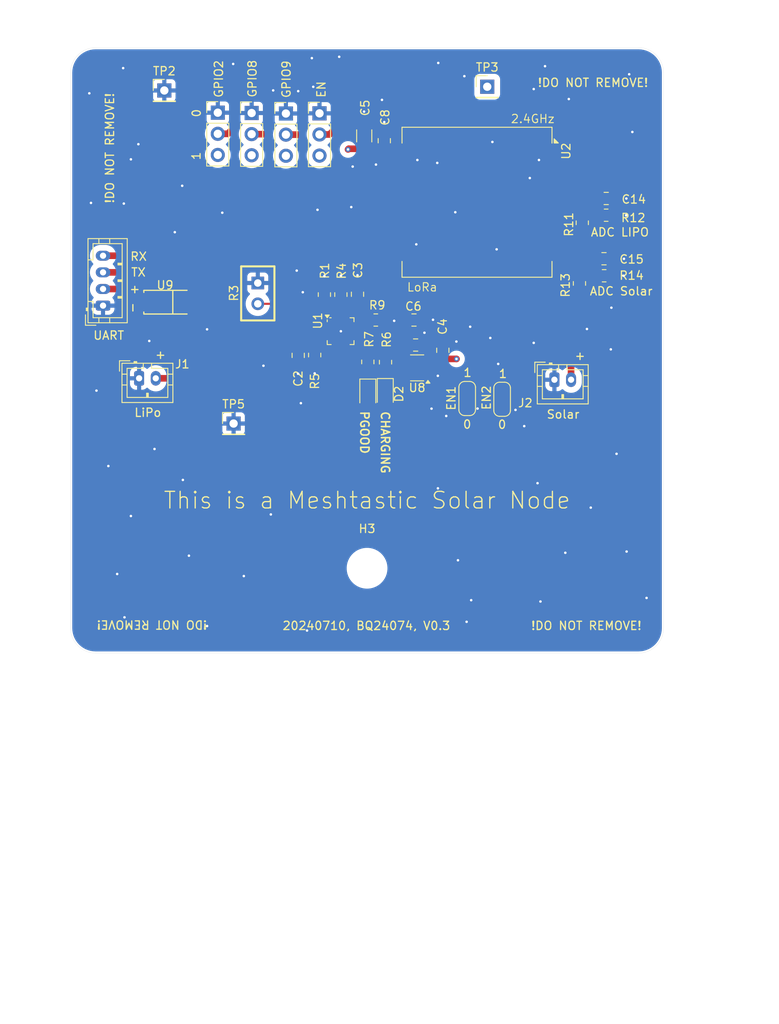
<source format=kicad_pcb>
(kicad_pcb (version 20240108) (generator "pcbnew") (generator_version "8.0")
  (layers (0 "F.Cu" signal) (1 "In1.Cu" signal) (2 "In2.Cu" signal) (31 "B.Cu" signal) (34 "B.Paste" user) (35 "F.Paste" user) (36 "B.SilkS" user "B.Silkscreen") (37 "F.SilkS" user "F.Silkscreen") (38 "B.Mask" user) (39 "F.Mask" user) (44 "Edge.Cuts" user))
  (net 0 "")
  (net 1 "/OUT")
  (net 2 "GND")
  (net 3 "/VLIPO")
  (net 4 "/ESP32_BOOTLOADER_MODE_1")
  (net 5 "/ADC_LIPO")
  (net 6 "/ADC_VBUS")
  (net 7 "/ESP32_BOOTLOADER_MODE_0")
  (net 8 "/ESP32_ENABLE")
  (net 9 "Net-(D1-K)")
  (net 10 "Net-(D2-K)")
  (net 11 "/USB_D+")
  (net 17 "/U_TX")
  (net 19 "/U_RX")
  (net 22 "Net-(J3-Pin_2)")
  (net 23 "/ESP32_BOOTLOADER_MODE_2")
  (net 24 "/USB_D-")
  (net 25 "/VBUS")
  (net 26 "Net-(U1-ISET)")
  (net 27 "Net-(U1-ITERM)")
  (net 28 "Net-(U1-CE)")
  (net 29 "Net-(U1-CHG)")
  (net 30 "Net-(U1-PGOOD)")
  (net 31 "Net-(U1-ILIM)")
  (net 32 "Net-(U1-TS)")
  (net 33 "+3V3")
  (net 34 "/EN1")
  (net 35 "/EN2")
  (footprint "Connector_PinHeader_2.54mm:PinHeader_1x01_P2.54mm_Vertical" (layer "F.Cu") (at 194.37 34.45)
    (property "Reference" "TP2")
    (property "Value" "TestPoint" (hide yes))
  )
  (footprint "Capacitor_SMD:C_0805_2012Metric_Pad1.18x1.45mm_HandSolder" (layer "F.Cu") (at 227.86 65.69 90)
    (property "Reference" "C4")
    (property "Value" "1uF" (hide yes))
  )
  (footprint "Resistor_SMD:R_0805_2012Metric_Pad1.20x1.40mm_HandSolder" (layer "F.Cu") (at 244.29 57.65 90)
    (property "Reference" "R13")
    (property "Value" "R" (hide yes))
  )
  (footprint "Capacitor_SMD:C_0805_2012Metric_Pad1.18x1.45mm_HandSolder" (layer "F.Cu") (at 247.5075 47.4375)
    (property "Reference" "C14")
    (property "Value" "C" (hide yes))
  )
  (footprint "Connector_PinHeader_2.54mm:PinHeader_1x01_P2.54mm_Vertical" (layer "F.Cu") (at 202.7 74.5)
    (property "Reference" "TP5")
    (property "Value" "TestPoint")
  )
  (footprint "Jumper:SolderJumper-3_P1.3mm_Open_RoundedPad1.0x1.5mm_NumberLabels" (layer "F.Cu") (at 230.79 71.49 90)
    (property "Reference" "JP1" (hide yes))
    (property "Value" "SolderJumper_3_Open" (hide yes))
  )
  (footprint "Connector_PinHeader_2.54mm:PinHeader_1x03_P2.54mm_Vertical" (layer "F.Cu") (at 204.87 37.16)
    (property "Reference" "J5" (hide yes))
    (property "Value" "Conn_01x03_Pin" (hide yes))
  )
  (footprint "Capacitor_SMD:C_0805_2012Metric_Pad1.18x1.45mm_HandSolder" (layer "F.Cu") (at 220.82 40.49 -90)
    (property "Reference" "C8")
    (property "Value" "100nF" (hide yes))
  )
  (footprint "Connector_JST:JST_PH_B4B-PH-K_1x04_P2.00mm_Vertical" (layer "F.Cu") (at 187 60.32 90)
    (property "Reference" "J3" (hide yes))
    (property "Value" "Conn_01x04_Socket" (hide yes))
  )
  (footprint "footprints:RES-TH_L6.5-W4.0-P2.50-D0.5" (layer "F.Cu") (at 205.61 58.85125 -90)
    (property "Reference" "R3")
    (property "Value" "MF11-103" (hide yes))
  )
  (footprint "Resistor_SMD:R_0805_2012Metric_Pad1.20x1.40mm_HandSolder" (layer "F.Cu") (at 215.6 58.9925 90)
    (property "Reference" "R4")
    (property "Value" "10k" (hide yes))
  )
  (footprint "MountingHole:MountingHole_4.3mm_M4_DIN965" (layer "F.Cu") (at 218.75 91.9)
    (property "Reference" "H3")
    (property "Value" "MountingHole")
  )
  (footprint "Package_TO_SOT_SMD:SOT-23-3" (layer "F.Cu") (at 224.77 67.805 180)
    (property "Reference" "U8")
    (property "Value" "XC6206PxxxMR" (hide yes))
  )
  (footprint "Capacitor_SMD:C_0805_2012Metric_Pad1.18x1.45mm_HandSolder" (layer "F.Cu") (at 224.39 62.05 180)
    (property "Reference" "C6")
    (property "Value" "4.7uF" (hide yes))
  )
  (footprint "Resistor_SMD:R_0805_2012Metric_Pad1.20x1.40mm_HandSolder" (layer "F.Cu") (at 218.84 67.09 -90)
    (property "Reference" "R7")
    (property "Value" "10k" (hide yes))
  )
  (footprint "Resistor_SMD:R_0805_2012Metric_Pad1.20x1.40mm_HandSolder" (layer "F.Cu") (at 212.45 66.2625 -90)
    (property "Reference" "R5")
    (property "Value" "10k" (hide yes))
  )
  (footprint "LED_SMD:LED_0805_2012Metric_Pad1.15x1.40mm_HandSolder" (layer "F.Cu") (at 218.84 71.01 -90)
    (property "Reference" "D1" (hide yes))
    (property "Value" "LED")
  )
  (footprint "Capacitor_SMD:C_0805_2012Metric_Pad1.18x1.45mm_HandSolder" (layer "F.Cu") (at 210.47 66.3025 90)
    (property "Reference" "C2")
    (property "Value" "4.7uF" (hide yes))
  )
  (footprint "Resistor_SMD:R_0805_2012Metric_Pad1.20x1.40mm_HandSolder" (layer "F.Cu") (at 247.26 56.73)
    (property "Reference" "R14")
    (property "Value" "R" (hide yes))
  )
  (footprint "LED_SMD:LED_0805_2012Metric_Pad1.15x1.40mm_HandSolder" (layer "F.Cu") (at 220.94 70.9475 -90)
    (property "Reference" "D2")
    (property "Value" "LED")
  )
  (footprint "Resistor_SMD:R_1206_3216Metric_Pad1.30x1.75mm_HandSolder" (layer "F.Cu") (at 218.41 39.91 -90)
    (property "Reference" "C5")
    (property "Value" "47uF" (hide yes))
  )
  (footprint "Resistor_SMD:R_0805_2012Metric_Pad1.20x1.40mm_HandSolder" (layer "F.Cu") (at 244.63 50.3575 90)
    (property "Reference" "R11")
    (property "Value" "R" (hide yes))
  )
  (footprint "Connector_PinHeader_2.54mm:PinHeader_1x01_P2.54mm_Vertical" (layer "F.Cu") (at 233.2 34)
    (property "Reference" "TP3")
    (property "Value" "TestPoint")
  )
  (footprint "footprints:SMA_L4.3-W2.6-LS5.1-RD" (layer "F.Cu") (at 194.5 59.91 180)
    (property "Reference" "U9")
    (property "Value" "SS26_C5350986" (hide yes))
  )
  (footprint "Jumper:SolderJumper-3_P1.3mm_Open_RoundedPad1.0x1.5mm_NumberLabels" (layer "F.Cu") (at 234.99 71.58 90)
    (property "Reference" "JP2" (hide yes))
    (property "Value" "SolderJumper_3_Open" (hide yes))
  )
  (footprint "Connector_PinHeader_2.54mm:PinHeader_1x03_P2.54mm_Vertical" (layer "F.Cu") (at 208.99 37.22)
    (property "Reference" "J4" (hide yes))
    (property "Value" "Conn_01x03_Pin" (hide yes))
  )
  (footprint "Resistor_SMD:R_0805_2012Metric_Pad1.20x1.40mm_HandSolder" (layer "F.Cu") (at 219.8 62.05 180)
    (property "Reference" "R9")
    (property "Value" "1k" (hide yes))
  )
  (footprint "Connector_PinHeader_2.54mm:PinHeader_1x03_P2.54mm_Vertical" (layer "F.Cu") (at 213.03 37.2)
    (property "Reference" "J6" (hide yes))
    (property "Value" "Conn_01x03_Pin" (hide yes))
  )
  (footprint "Package_DFN_QFN:VQFN-16-1EP_3x3mm_P0.5mm_EP1.68x1.68mm" (layer "F.Cu") (at 215.5675 63.3925)
    (property "Reference" "U1")
    (property "Value" "BQ24074" (hide yes))
  )
  (footprint "Resistor_SMD:R_0805_2012Metric_Pad1.20x1.40mm_HandSolder" (layer "F.Cu") (at 220.97 67.12 -90)
    (property "Reference" "R6")
    (property "Value" "10k" (hide yes))
  )
  (footprint "RF_Module:Heltec_HT-CT62" (layer "F.Cu") (at 231.97 47.89 -90)
    (property "Reference" "U2")
    (property "Value" "HT-CT62")
  )
  (footprint "Resistor_SMD:R_0805_2012Metric_Pad1.20x1.40mm_HandSolder" (layer "F.Cu") (at 247.5 49.4475)
    (property "Reference" "R12")
    (property "Value" "R" (hide yes))
  )
  (footprint "Capacitor_SMD:C_0805_2012Metric_Pad1.18x1.45mm_HandSolder" (layer "F.Cu") (at 217.6 58.9525 90)
    (property "Reference" "C3")
    (property "Value" "1uF" (hide yes))
  )
  (footprint "Capacitor_SMD:C_0805_2012Metric_Pad1.18x1.45mm_HandSolder" (layer "F.Cu") (at 247.24 54.68)
    (property "Reference" "C15")
    (property "Value" "C" (hide yes))
  )
  (footprint "Connector_JST:JST_PH_B2B-PH-K_1x02_P2.00mm_Vertical" (layer "F.Cu") (at 241.28 69.23)
    (property "Reference" "J2")
    (property "Value" "Conn_01x02_Socket" (hide yes))
  )
  (footprint "Resistor_SMD:R_0805_2012Metric_Pad1.20x1.40mm_HandSolder" (layer "F.Cu") (at 213.62 58.9925 -90)
    (property "Reference" "R1")
    (property "Value" "500" (hide yes))
  )
  (footprint "Connector_JST:JST_PH_B2B-PH-K_1x02_P2.00mm_Vertical" (layer "F.Cu") (at 191.34 69.06)
    (property "Reference" "J1")
    (property "Value" "Conn_01x02_Socket" (hide yes))
  )
  (footprint "Capacitor_SMD:C_0805_2012Metric_Pad1.18x1.45mm_HandSolder" (layer "F.Cu") (at 224.59 65.0575)
    (property "Reference" "C1" (hide yes))
    (property "Value" "1uF" (hide yes))
  )
  (footprint "Connector_PinHeader_2.54mm:PinHeader_1x03_P2.54mm_Vertical" (layer "F.Cu") (at 200.8 37.12)
    (property "Reference" "J8" (hide yes))
    (property "Value" "Conn_01x03_Pin" (hide yes))
  )
  (gr_arc (start 251.4 29.3) (mid 253.52132 30.17868) (end 254.4 32.3) (stroke (width 0.02)) (layer "Edge.Cuts"))
  (gr_line (start 183.1 99.1) (end 183.1 32.3) (stroke (width 0.02)) (layer "Edge.Cuts"))
  (gr_arc (start 183.1 32.3) (mid 183.97868 30.17868) (end 186.1 29.3) (stroke (width 0.02)) (layer "Edge.Cuts"))
  (gr_arc (start 254.4 99.1) (mid 253.52132 101.22132) (end 251.4 102.1) (stroke (width 0.02)) (layer "Edge.Cuts"))
  (gr_line (start 254.4 32.3) (end 254.4 99.1) (stroke (width 0.02)) (layer "Edge.Cuts"))
  (gr_line (start 251.4 102.1) (end 186.1 102.1) (stroke (width 0.02)) (layer "Edge.Cuts"))
  (gr_arc (start 186.1 102.1) (mid 183.97868 101.22132) (end 183.1 99.1) (stroke (width 0.02)) (layer "Edge.Cuts"))
  (gr_line (start 186.1 29.3) (end 251.4 29.3) (stroke (width 0.02)) (layer "Edge.Cuts"))
  (gr_text "TX" (at 190.3 56.9 0) (layer "F.SilkS") (effects (font (size 1 1) (thickness 0.153)) (justify left bottom)))
  (gr_text "!DO NOT REMOVE!" (at 239.2 34.1 0) (layer "F.SilkS") (effects (font (size 1 1) (thickness 0.153)) (justify left bottom)))
  (gr_text "!DO NOT REMOVE!" (at 238.4 99.4 0) (layer "F.SilkS") (effects (font (size 1 1) (thickness 0.153)) (justify left bottom)))
  (gr_text "1" (at 234.51 69.1 0) (layer "F.SilkS") (effects (font (size 1 1) (thickness 0.153)) (justify left bottom)))
  (gr_text "ADC Solar\n" (at 245.45 59.17 0) (layer "F.SilkS") (effects (font (size 1 1) (thickness 0.153)) (justify left bottom)))
  (gr_text "20240710, BQ24074, V0.3" (at 208.5 99.4 0) (layer "F.SilkS") (effects (font (size 1 1) (thickness 0.153)) (justify left bottom)))
  (gr_text "GPIO9" (at 209.63 35.435 90) (layer "F.SilkS") (effects (font (size 1 1)) (justify left bottom)))
  (gr_text "!DO NOT REMOVE!" (at 188.4 48.1 90) (layer "F.SilkS") (effects (font (size 1 1) (thickness 0.153)) (justify left bottom)))
  (gr_text "!DO NOT REMOVE!" (at 199.6 98.1 180) (layer "F.SilkS") (effects (font (size 1 1) (thickness 0.153)) (justify left bottom)))
  (gr_text "EN" (at 213.83 35.395 90) (layer "F.SilkS") (effects (font (size 1 1)) (justify left bottom)))
  (gr_text "+" (at 190.1 58.9 0) (layer "F.SilkS") (effects (font (size 1 1) (thickness 0.153)) (justify left bottom)))
  (gr_text "PGOOD" (at 217.86 72.90125 270) (layer "F.SilkS") (effects (font (size 1 1) (thickness 0.1875)) (justify left bottom)))
  (gr_text "2.4GHz" (at 235.97 38.45 0) (layer "F.SilkS") (effects (font (size 1 1) (thickness 0.125)) (justify left bottom)))
  (gr_text "0" (at 234.41 75.21 0) (layer "F.SilkS") (effects (font (size 1 1) (thickness 0.153)) (justify left bottom)))
  (gr_text "0" (at 230.21 75.19 0) (layer "F.SilkS") (effects (font (size 1 1) (thickness 0.153)) (justify left bottom)))
  (gr_text "-" (at 191.1 61.3 90) (layer "F.SilkS") (effects (font (size 1 1) (thickness 0.153)) (justify left bottom)))
  (gr_text "CHARGING" (at 220.34 72.93 270) (layer "F.SilkS") (effects (font (size 1 1) (thickness 0.1875)) (justify left bottom)))
  (gr_text "0" (at 198.83 37.75 90) (layer "F.SilkS") (effects (font (size 1 1)) (justify left bottom)))
  (gr_text "+" (at 243.64 66.93 0) (layer "F.SilkS") (effects (font (size 1 1) (thickness 0.153)) (justify left bottom)))
  (gr_text "UART" (at 185.75 64.49 0) (layer "F.SilkS") (effects (font (size 1 1) (thickness 0.153)) (justify left bottom)))
  (gr_text "1" (at 198.8 42.9 90) (layer "F.SilkS") (effects (font (size 1 1)) (justify left bottom)))
  (gr_text "LoRa" (at 223.49 58.69 0) (layer "F.SilkS") (effects (font (size 1 1) (thickness 0.125)) (justify left bottom)))
  (gr_text "GPIO8" (at 205.54 35.37 90) (layer "F.SilkS") (effects (font (size 1 1)) (justify left bottom)))
  (gr_text "EN1" (at 229.46 73.01 90) (layer "F.SilkS") (effects (font (size 1 1) (thickness 0.153)) (justify left bottom)))
  (gr_text "Solar" (at 240.27 73.98 0) (layer "F.SilkS") (effects (font (size 1 1) (thickness 0.153)) (justify left bottom)))
  (gr_text "+" (at 193.19 66.8 0) (layer "F.SilkS") (effects (font (size 1 1) (thickness 0.153)) (justify left bottom)))
  (gr_text "ADC LIPO" (at 245.58 52.08 0) (layer "F.SilkS") (effects (font (size 1 1) (thickness 0.153)) (justify left bottom)))
  (gr_text "1" (at 230.26 68.97 0) (layer "F.SilkS") (effects (font (size 1 1) (thickness 0.153)) (justify left bottom)))
  (gr_text "This is a Meshtastic Solar Node" (at 218.75 84.9 0) (layer "F.SilkS") (effects (font (size 2 2) (thickness 0.153)) (justify bottom)))
  (gr_text "LiPo" (at 190.69 73.77 0) (layer "F.SilkS") (effects (font (size 1 1) (thickness 0.153)) (justify left bottom)))
  (gr_text "GPIO2" (at 201.5 35.4 90) (layer "F.SilkS") (effects (font (size 1 1)) (justify left bottom)))
  (gr_text "EN2" (at 233.7 72.95 90) (layer "F.SilkS") (effects (font (size 1 1) (thickness 0.153)) (justify left bottom)))
  (gr_text "RX" (at 190.2 55 0) (layer "F.SilkS") (effects (font (size 1 1) (thickness 0.153)) (justify left bottom)))
  (segment (start 223.5525 65.0575) (end 222.55 65.0575) (width 0.6) (layer "F.Cu") (net 1))
  (segment (start 222.36 65.2475) (end 222.43 65.1775) (width 0.4) (layer "F.Cu") (net 1))
  (segment (start 230.79 70.19) (end 234.9 70.19) (width 0.3) (layer "F.Cu") (net 1))
  (segment (start 220.94 71.885) (end 221.7575 71.885) (width 0.4) (layer "F.Cu") (net 1))
  (segment (start 222.36 71.2825) (end 222.36 65.2475) (width 0.4) (layer "F.Cu") (net 1))
  (segment (start 223.5525 65.0575) (end 223.5525 67.725) (width 0.6) (layer "F.Cu") (net 1))
  (segment (start 234.9 70.19) (end 234.99 70.28) (width 0.3) (layer "F.Cu") (net 1))
  (segment (start 222.36 71.2825) (end 227.3575 71.2825) (width 0.4) (layer "F.Cu") (net 1))
  (segment (start 221.905 63.3825) (end 217.85 63.3825) (width 0.4) (layer "F.Cu") (net 1))
  (segment (start 223.3525 62.2775) (end 222.07625 63.55375) (width 0.4) (layer "F.Cu") (net 1))
  (segment (start 221.7575 71.885) (end 222.36 71.2825) (width 0.4) (layer "F.Cu") (net 1))
  (segment (start 217.61 63.1425) (end 217.85 63.3825) (width 0.25) (layer "F.Cu") (net 1))
  (segment (start 222.43 65.1775) (end 222.36 65.1075) (width 0.4) (layer "F.Cu") (net 1))
  (segment (start 222.36 63.8375) (end 222.07625 63.55375) (width 0.4) (layer "F.Cu") (net 1))
  (segment (start 222.07625 63.55375) (end 221.905 63.3825) (width 0.4) (layer "F.Cu") (net 1))
  (segment (start 228.45 70.19) (end 230.79 70.19) (width 0.4) (layer "F.Cu") (net 1))
  (segment (start 217.85 63.3825) (end 217.59 63.6425) (width 0.25) (layer "F.Cu") (net 1))
  (segment (start 222.55 65.0575) (end 222.43 65.1775) (width 0.4) (layer "F.Cu") (net 1))
  (segment (start 217.03 63.1425) (end 217.61 63.1425) (width 0.25) (layer "F.Cu") (net 1))
  (segment (start 222.36 65.1075) (end 222.36 63.8375) (width 0.4) (layer "F.Cu") (net 1))
  (segment (start 217.59 63.6425) (end 217.03 63.6425) (width 0.25) (layer "F.Cu") (net 1))
  (segment (start 218.84 71.9475) (end 220.8775 71.9475) (width 0.4) (layer "F.Cu") (net 1))
  (segment (start 223.3525 62.05) (end 223.3525 62.2775) (width 0.4) (layer "F.Cu") (net 1))
  (segment (start 227.3575 71.2825) (end 228.45 70.19) (width 0.4) (layer "F.Cu") (net 1))
  (segment (start 249.9275 47.4375) (end 249.93 47.44) (width 0.8) (layer "F.Cu") (net 2))
  (segment (start 248.545 47.4375) (end 249.9275 47.4375) (width 0.8) (layer "F.Cu") (net 2))
  (segment (start 212.45 68.4675) (end 212.45 67.2625) (width 0.3) (layer "F.Cu") (net 2))
  (segment (start 231.942924 72.79) (end 232.035423 72.697501) (width 0.25) (layer "F.Cu") (net 2))
  (segment (start 227.86 64.6525) (end 229.4775 64.6525) (width 0.8) (layer "F.Cu") (net 2))
  (segment (start 215.8175 61.93) (end 215.8175 62.8) (width 0.25) (layer "F.Cu") (net 2))
  (segment (start 226.65 62.05) (end 226.68 62.02) (width 0.4) (layer "F.Cu") (net 2))
  (segment (start 220.8975 62.1475) (end 220.8 62.05) (width 0.3) (layer "F.Cu") (net 2))
  (segment (start 229.4775 64.6525) (end 229.49 64.64) (width 0.8) (layer "F.Cu") (net 2))
  (segment (start 216.3175 64.39224) (end 216.3175 64.855) (width 0.25) (layer "F.Cu") (net 2))
  (segment (start 215.6 63.40125) (end 215.6 63.67474) (width 0.25) (layer "F.Cu") (net 2))
  (segment (start 248.26 56.73) (end 249.58 56.73) (width 0.8) (layer "F.Cu") (net 2))
  (segment (start 230.79 72.79) (end 231.942924 72.79) (width 0.25) (layer "F.Cu") (net 2))
  (segment (start 224.65 52.97) (end 224.67 52.95) (width 0.6) (layer "F.Cu") (net 2))
  (segment (start 248.2775 54.68) (end 249.63 54.68) (width 0.8) (layer "F.Cu") (net 2))
  (segment (start 210.47 67.34) (end 210.47 68.49) (width 0.8) (layer "F.Cu") (net 2))
  (segment (start 210.47 68.49) (end 210.45 68.51) (width 0.8) (layer "F.Cu") (net 2))
  (segment (start 249.8875 49.4475) (end 249.9 49.46) (width 0.8) (layer "F.Cu") (net 2))
  (segment (start 225.6275 65.0575) (end 225.6275 63.6025) (width 0.8) (layer "F.Cu") (net 2))
  (segment (start 225.6275 63.6025) (end 225.65 63.58) (width 0.8) (layer "F.Cu") (net 2))
  (segment (start 234.9 72.79) (end 234.99 72.88) (width 0.3) (layer "F.Cu") (net 2))
  (segment (start 240.86 42.81) (end 239.419998 42.81) (width 0.8) (layer "F.Cu") (net 2))
  (segment (start 225.9075 68.755) (end 227.255 68.755) (width 0.6) (layer "F.Cu") (net 2))
  (segment (start 217.6 56.6675) (end 217.6 57.915) (width 0.25) (layer "F.Cu") (net 2))
  (segment (start 222.01 62.1475) (end 220.8975 62.1475) (width 0.3) (layer "F.Cu") (net 2))
  (segment (start 215.6 63.67474) (end 216.3175 64.39224) (width 0.25) (layer "F.Cu") (net 2))
  (segment (start 213.62 56.7575) (end 213.62 57.9925) (width 0.25) (layer "F.Cu") (net 2))
  (segment (start 223.08 42.81) (end 224.8 42.81) (width 0.8) (layer "F.Cu") (net 2))
  (segment (start 234.99 72.88) (end 236.58 72.88) (width 0.3) (layer "F.Cu") (net 2))
  (segment (start 236.58 72.88) (end 236.6 72.86) (width 0.3) (layer "F.Cu") (net 2))
  (segment (start 223.08 52.97) (end 224.65 52.97) (width 0.8) (layer "F.Cu") (net 2))
  (segment (start 227.255 68.755) (end 227.26 68.76) (width 0.6) (layer "F.Cu") (net 2))
  (segment (start 220.82 39.4525) (end 220.82 38.25) (width 0.8) (layer "F.Cu") (net 2))
  (segment (start 249.63 54.68) (end 249.64 54.69) (width 0.8) (layer "F.Cu") (net 2))
  (segment (start 248.5 49.4475) (end 249.8875 49.4475) (width 0.8) (layer "F.Cu") (net 2))
  (segment (start 218.41 38.36) (end 218.41 37.01) (width 0.8) (layer "F.Cu") (net 2))
  (segment (start 218.41 37.01) (end 218.39 36.99) (width 0.8) (layer "F.Cu") (net 2))
  (segment (start 225.4275 62.05) (end 226.65 62.05) (width 0.4) (layer "F.Cu") (net 2))
  (segment (start 215.6 56.7175) (end 215.6 57.9925) (width 0.25) (layer "F.Cu") (net 2))
  (via (at 212.28 34.01) (size 0.6) (drill 0.3) (layers "F.Cu" "B.Cu") (net 2))
  (via (at 211.53 99.39) (size 0.6) (drill 0.3) (layers "F.Cu" "B.Cu") (net 2))
  (via (at 207.46 34.44) (size 0.6) (drill 0.3) (layers "F.Cu" "B.Cu") (net 2))
  (via (at 230.72 98.34) (size 0.6) (drill 0.3) (layers "F.Cu" "B.Cu") (net 2))
  (via (at 210.45 68.51) (size 0.6) (drill 0.3) (layers "F.Cu" "B.Cu") (net 2))
  (via (at 229.49 64.64) (size 0.6) (drill 0.3) (layers "F.Cu" "B.Cu") (net 2))
  (via (at 242.59 90.04) (size 0.6) (drill 0.3) (layers "F.Cu" "B.Cu") (net 2))
  (via (at 227.27 82.29) (size 0.6) (drill 0.3) (layers "F.Cu" "B.Cu") (net 2))
  (via (at 193.19 77.56) (size 0.6) (drill 0.3) (layers "F.Cu" "B.Cu") (net 2))
  (via (at 227.31 31.14) (size 0.6) (drill 0.3) (layers "F.Cu" "B.Cu") (net 2))
  (via (at 196.6 81.28) (size 0.6) (drill 0.3) (layers "F.Cu" "B.Cu") (net 2))
  (via (at 231.27 95.74) (size 0.6) (drill 0.3) (layers "F.Cu" "B.Cu") (net 2))
  (via (at 190.35 42.73) (size 0.6) (drill 0.3) (layers "F.Cu" "B.Cu") (net 2))
  (via (at 210.47 34.53) (size 0.6) (drill 0.3) (layers "F.Cu" "B.Cu") (net 2))
  (via (at 248.06 65.58) (size 0.6) (drill 0.3) (layers "F.Cu" "B.Cu") (net 2))
  (via (at 189.42 31.76) (size 0.6) (drill 0.3) (layers "F.Cu" "B.Cu") (net 2))
  (via (at 215.4 30.4) (size 0.6) (drill 0.3) (layers "F.Cu" "B.Cu") (net 2))
  (via (at 186.21 70.54) (size 0.6) (drill 0.3) (layers "F.Cu" "B.Cu") (net 2))
  (via (at 249.96 89.89) (size 0.6) (drill 0.3) (layers "F.Cu" "B.Cu") (net 2))
  (via (at 226.5 72.71) (size 0.6) (drill 0.3) (layers "F.Cu" "B.Cu") (net 2))
  (via (at 239.25 81.67) (size 0.6) (drill 0.3) (layers "F.Cu" "B.Cu") (net 2))
  (via (at 228.27 73.59) (size 0.6) (drill 0.3) (layers "F.Cu" "B.Cu") (net 2))
  (via (at 234.33 53.55) (size 0.6) (drill 0.3) (layers "F.Cu" "B.Cu") (net 2))
  (via (at 239.419998 42.81) (size 0.6) (drill 0.3) (layers "F.Cu" "B.Cu") (net 2))
  (via (at 250.27 32.5) (size 0.6) (drill 0.3) (layers "F.Cu" "B.Cu") (net 2))
  (via (at 197.33 90.39) (size 0.6) (drill 0.3) (layers "F.Cu" "B.Cu") (net 2))
  (via (at 233.57 64.21) (size 0.6) (drill 0.3) (layers "F.Cu" "B.Cu") (net 2))
  (via (at 224.67 52.95) (size 0.6) (drill 0.3) (layers "F.Cu" "B.Cu") (net 2))
  (via (at 224.8 42.81) (size 0.6) (drill 0.3) (layers "F.Cu" "B.Cu") (net 2))
  (via (at 249.9 49.46) (size 0.6) (drill 0.3) (layers "F.Cu" "B.Cu") (net 2))
  (via (at 226.68 62.02) (size 0.6) (drill 0.3) (layers "F.Cu" "B.Cu") (net 2))
  (via (at 229.68 90.94) (size 0.6) (drill 0.3) (layers "F.Cu" "B.Cu") (net 2))
  (via (at 190.35 85.62) (size 0.6) (drill 0.3) (layers "F.Cu" "B.Cu") (net 2))
  (via (at 216.85 48.47) (size 0.6) (drill 0.3) (layers "F.Cu" "B.Cu") (net 2))
  (via (at 195.63 51.49) (size 0.6) (drill 0.3) (layers "F.Cu" "B.Cu") (net 2))
  (via (at 210.79 72.05) (size 0.6) (drill 0.3) (layers "F.Cu" "B.Cu") (net 2))
  (via (at 240.15 31.53) (size 0.6) (drill 0.3) (layers "F.Cu" "B.Cu") (net 2))
  (via (at 215.599998 56.717501) (size 0.6) (drill 0.3) (layers "F.Cu" "B.Cu") (net 2))
  (via (at 217.600001 56.667501) (size 0.6) (drill 0.3) (layers "F.Cu" "B.Cu") (net 2))
  (via (at 189.5 48.05) (size 0.6) (drill 0.3) (layers "F.Cu" "B.Cu") (net 2))
  (via (at 239.6 95.9) (size 0.6) (drill 0.3) (layers "F.Cu" "B.Cu") (net 2))
  (via (at 192.56 64.57) (size 0.6) (drill 0.3) (layers "F.Cu" "B.Cu") (net 2))
  (via (at 219.82 43.36) (size 0.6) (drill 0.3) (layers "F.Cu" "B.Cu") (net 2))
  (via (at 249.58 56.73) (size 0.6) (drill 0.3) (layers "F.Cu" "B.Cu") (net 2))
  (via (at 243.01 35.48) (size 0.6) (drill 0.3) (layers "F.Cu" "B.Cu") (net 2))
  (via (at 249.93 47.44) (size 0.6) (drill 0.3) (layers "F.Cu" "B.Cu") (net 2))
  (via (at 249.64 54.69) (size 0.6) (drill 0.3) (layers "F.Cu" "B.Cu") (net 2))
  (via (at 252.36 95.47) (size 0.6) (drill 0.3) (layers "F.Cu" "B.Cu") (net 2))
  (via (at 201.34 49.15) (size 0.6) (drill 0.3) (layers "F.Cu" "B.Cu") (net 2))
  (via (at 210.29 56.11) (size 0.6) (drill 0.3) (layers "F.Cu" "B.Cu") (net 2))
  (via (at 215.6 63.40125) (size 0.6) (drill 0.3) (layers "F.Cu" "B.Cu") (net 2))
  (via (at 218.39 36.99) (size 0.6) (drill 0.3) (layers "F.Cu" "B.Cu") (net 2))
  (via (at 250.65 39.44) (size 0.6) (drill 0.3) (layers "F.Cu" "B.Cu") (net 2))
  (via (at 232.035423 72.697501) (size 0.6) (drill 0.3) (layers "F.Cu" "B.Cu") (net 2))
  (via (at 188.7 92.59) (size 0.6) (drill 0.3) (layers "F.Cu" "B.Cu") (net 2))
  (via (at 237.65 74.81) (size 0.6) (drill 0.3) (layers "F.Cu" "B.Cu") (net 2))
  (via (at 206.29 67.55) (size 0.6) (drill 0.3) (layers "F.Cu" "B.Cu") (net 2))
  (via (at 238.79 34.28) (size 0.6) (drill 0.3) (layers "F.Cu" "B.Cu") (net 2))
  (via (at 233.82 40.64) (size 0.6) (drill 0.3) (layers "F.Cu" "B.Cu") (net 2))
  (via (at 212.45 68.4675) (size 0.6) (drill 0.3) (layers "F.Cu" "B.Cu") (net 2))
  (via (at 231.15 62.86) (size 0.6) (drill 0.3) (layers "F.Cu" "B.Cu") (net 2))
  (via (at 199.51 98.85) (size 0.6) (drill 0.3) (layers "F.Cu" "B.Cu") (net 2))
  (via (at 213.62 56.757502) (size 0.6) (drill 0.3) (layers "F.Cu" "B.Cu") (net 2))
  (via (at 230.45 32.73) (size 0.6) (drill 0.3) (layers "F.Cu" "B.Cu") (net 2))
  (via (at 234.52 67.33) (size 0.6) (drill 0.3) (layers "F.Cu" "B.Cu") (net 2))
  (via (at 238.79 64.8) (size 0.6) (drill 0.3) (layers "F.Cu" "B.Cu") (net 2))
  (via (at 245.65 84.61) (size 0.6) (drill 0.3) (layers "F.Cu" "B.Cu") (net 2))
  (via (at 196.52 45.91) (size 0.6) (drill 0.3) (layers "F.Cu" "B.Cu") (net 2))
  (via (at 229.36 49.09) (size 0.6) (drill 0.3) (layers "F.Cu" "B.Cu") (net 2))
  (via (at 220.82 38.25) (size 0.6) (drill 0.3) (layers "F.Cu" "B.Cu") (net 2))
  (via (at 191.25 40.91) (size 0.6) (drill 0.3) (layers "F.Cu" "B.Cu") (net 2))
  (via (at 212.11 30.56) (size 0.6) (drill 0.3) (layers "F.Cu" "B.Cu") (net 2))
  (via (at 199.51 63.17) (size 0.6) (drill 0.3) (layers "F.Cu" "B.Cu") (net 2))
  (via (at 212.79 48.8) (size 0.6) (drill 0.3) (layers "F.Cu" "B.Cu") (net 2))
  (via (at 185.35 34.79) (size 0.6) (drill 0.3) (layers "F.Cu" "B.Cu") (net 2))
  (via (at 220.54 35.58) (size 0.6) (drill 0.3) (layers "F.Cu" "B.Cu") (net 2))
  (via (at 217.02 43.6) (size 0.6) (drill 0.3) (layers "F.Cu" "B.Cu") (net 2))
  (via (at 222.01 62.1475) (size 0.6) (drill 0.3) (layers "F.Cu" "B.Cu") (net 2))
  (via (at 238.32 44.98) (size 0.6) (drill 0.3) (layers "F.Cu" "B.Cu") (net 2))
  (via (at 227.26 68.76) (size 0.6) (drill 0.3) (layers "F.Cu" "B.Cu") (net 2))
  (via (at 211.02 58.71) (size 0.6) (drill 0.3) (layers "F.Cu" "B.Cu") (net 2))
  (via (at 202.65 31.26) (size 0.6) (drill 0.3) (layers "F.Cu" "B.Cu") (net 2))
  (via (at 185.55 47.97) (size 0.6) (drill 0.3) (layers "F.Cu" "B.Cu") (net 2))
  (via (at 227.19 43.16) (size 0.6) (drill 0.3) (layers "F.Cu" "B.Cu") (net 2))
  (via (at 207.18 85.43) (size 0.6) (drill 0.3) (layers "F.Cu" "B.Cu") (net 2))
  (via (at 245.19 63.13) (size 0.6) (drill 0.3) (layers "F.Cu" "B.Cu") (net 2))
  (via (at 225.65 63.58) (size 0.6) (drill 0.3) (layers "F.Cu" "B.Cu") (net 2))
  (via (at 248.13 60.57) (size 0.6) (drill 0.3) (layers "F.Cu" "B.Cu") (net 2))
  (via (at 203.93 92.84) (size 0.6) (drill 0.3) (layers "F.Cu" "B.Cu") (net 2))
  (via (at 187.64 79.61) (size 0.6) (drill 0.3) (layers "F.Cu" "B.Cu") (net 2))
  (via (at 236.6 72.86) (size 0.6) (drill 0.3) (layers "F.Cu" "B.Cu") (net 2))
  (via (at 189.58 97.8) (size 0.6) (drill 0.3) (layers "F.Cu" "B.Cu") (net 2))
  (via (at 248.75 78.14) (size 0.6) (drill 0.3) (layers "F.Cu" "B.Cu") (net 2))
  (segment (start 214.105 63.1425) (end 213.46 63.1425) (width 0.25) (layer "F.Cu") (net 3))
  (segment (start 210.52 75.69) (end 202.485 67.655) (width 0.8) (layer "F.Cu") (net 3))
  (segment (start 213.56 63.6425) (end 214.105 63.6425) (width 0.25) (layer "F.Cu") (net 3))
  (segment (start 213.26 63.3425) (end 213.56 63.6425) (width 0.25) (layer "F.Cu") (net 3))
  (segment (start 251.05 52.42) (end 251.05 68.32) (width 0.8) (layer "F.Cu") (net 3))
  (segment (start 212.3925 63.3425) (end 213.26 63.3425) (width 0.4) (layer "F.Cu") (net 3))
  (segment (start 210.47 65.265) (end 204.875 65.265) (width 0.8) (layer "F.Cu") (net 3))
  (segment (start 202.485 67.655) (end 201.08 69.06) (width 0.8) (layer "F.Cu") (net 3))
  (segment (start 204.875 65.265) (end 202.485 67.655) (width 0.8) (layer "F.Cu") (net 3))
  (segment (start 201.08 69.06) (end 193.34 69.06) (width 0.8) (layer "F.Cu") (net 3))
  (segment (start 244.63 51.3575) (end 249.9875 51.3575) (width 0.8) (layer "F.Cu") (net 3))
  (segment (start 251.05 68.32) (end 243.68 75.69) (width 0.8) (layer "F.Cu") (net 3))
  (segment (start 243.68 75.69) (end 210.52 75.69) (width 0.8) (layer "F.Cu") (net 3))
  (segment (start 249.9875 51.3575) (end 251.05 52.42) (width 0.8) (layer "F.Cu") (net 3))
  (segment (start 213.46 63.1425) (end 213.26 63.3425) (width 0.25) (layer "F.Cu") (net 3))
  (segment (start 210.47 65.265) (end 212.3925 63.3425) (width 0.4) (layer "F.Cu") (net 3))
  (segment (start 212.27 45.35) (end 223.08 45.35) (width 0.8) (layer "F.Cu") (net 4))
  (segment (start 211.05 40.26) (end 211.05 44.13) (width 0.8) (layer "F.Cu") (net 4))
  (segment (start 208.99 39.76) (end 210.55 39.76) (width 0.8) (layer "F.Cu") (net 4))
  (segment (start 211.05 44.13) (end 212.27 45.35) (width 0.8) (layer "F.Cu") (net 4))
  (segment (start 210.55 39.76) (end 211.05 40.26) (width 0.8) (layer "F.Cu") (net 4))
  (segment (start 242.55 49.9975) (end 243.19 49.3575) (width 0.6) (layer "F.Cu") (net 5))
  (segment (start 242.55 51.7) (end 242.55 49.9975) (width 0.6) (layer "F.Cu") (net 5))
  (segment (start 240.86 51.7) (end 242.55 51.7) (width 0.6) (layer "F.Cu") (net 5))
  (segment (start 244.63 49.3575) (end 246.41 49.3575) (width 0.8) (layer "F.Cu") (net 5))
  (segment (start 246.5 49.4475) (end 246.5 47.4675) (width 0.8) (layer "F.Cu") (net 5))
  (segment (start 243.19 49.3575) (end 244.63 49.3575) (width 0.6) (layer "F.Cu") (net 5))
  (segment (start 244.2775 54.68) (end 246.2025 54.68) (width 0.6) (layer "F.Cu") (net 6))
  (segment (start 246.2025 54.68) (end 246.2025 56.6725) (width 0.6) (layer "F.Cu") (net 6))
  (segment (start 240.86 52.97) (end 242.5675 52.97) (width 0.6) (layer "F.Cu") (net 6))
  (segment (start 244.29 56.65) (end 246.18 56.65) (width 0.8) (layer "F.Cu") (net 6))
  (segment (start 242.5675 52.97) (end 244.2775 54.68) (width 0.6) (layer "F.Cu") (net 6))
  (segment (start 204.87 39.7) (end 206.49 39.7) (width 0.8) (layer "F.Cu") (net 7))
  (segment (start 206.49 39.7) (end 206.9 40.11) (width 0.8) (layer "F.Cu") (net 7))
  (segment (start 206.9 40.11) (end 206.9 44.61) (width 0.8) (layer "F.Cu") (net 7))
  (segment (start 208.91 46.62) (end 223.08 46.62) (width 0.8) (layer "F.Cu") (net 7))
  (segment (start 206.9 44.61) (end 208.91 46.62) (width 0.8) (layer "F.Cu") (net 7))
  (segment (start 216.855 33.725) (end 221.825 33.725) (width 0.8) (layer "F.Cu") (net 8))
  (segment (start 216.18 34.4) (end 216.855 33.725) (width 0.8) (layer "F.Cu") (net 8))
  (segment (start 238.8 53.5) (end 239.54 54.24) (width 0.8) (layer "F.Cu") (net 8))
  (segment (start 213.03 39.74) (end 214.232081 39.74) (width 0.8) (layer "F.Cu") (net 8))
  (segment (start 214.232081 39.74) (end 216.18 37.792081) (width 0.8) (layer "F.Cu") (net 8))
  (segment (start 216.18 37.792081) (end 216.18 34.4) (width 0.8) (layer "F.Cu") (net 8))
  (segment (start 238.8 50.7) (end 238.8 53.5) (width 0.8) (layer "F.Cu") (net 8))
  (segment (start 239.54 54.24) (end 240.86 54.24) (width 0.8) (layer "F.Cu") (net 8))
  (segment (start 221.825 33.725) (end 238.8 50.7) (width 0.8) (layer "F.Cu") (net 8))
  (segment (start 218.84 68.31) (end 218.84 70.0725) (width 0.4) (layer "F.Cu") (net 9))
  (segment (start 220.93 68.3025) (end 220.93 70) (width 0.4) (layer "F.Cu") (net 10))
  (segment (start 199.1 56.32) (end 187 56.32) (width 0.8) (layer "F.Cu") (net 17))
  (segment (start 223.08 51.7) (end 203.72 51.7) (width 0.8) (layer "F.Cu") (net 17))
  (segment (start 203.72 51.7) (end 199.1 56.32) (width 0.8) (layer "F.Cu") (net 17))
  (segment (start 199.45 54.32) (end 187 54.32) (width 0.8) (layer "F.Cu") (net 19))
  (segment (start 223.08 50.43) (end 203.34 50.43) (width 0.8) (layer "F.Cu") (net 19))
  (segment (start 203.34 50.43) (end 199.45 54.32) (width 0.8) (layer "F.Cu") (net 19))
  (segment (start 187 58.32) (end 190.71 58.32) (width 0.8) (layer "F.Cu") (net 22))
  (segment (start 190.71 58.32) (end 192.3 59.91) (width 0.8) (layer "F.Cu") (net 22))
  (segment (start 202.8 34.7) (end 205.01 32.49) (width 0.8) (layer "F.Cu") (net 23))
  (segment (start 240.17099 50.43) (end 240.86 50.43) (width 0.8) (layer "F.Cu") (net 23))
  (segment (start 239.51 49.76901) (end 240.17099 50.43) (width 0.8) (layer "F.Cu") (net 23))
  (segment (start 202.002081 39.66) (end 202.8 38.862081) (width 0.8) (layer "F.Cu") (net 23))
  (segment (start 202.8 38.862081) (end 202.8 34.7) (width 0.8) (layer "F.Cu") (net 23))
  (segment (start 200.8 39.66) (end 202.002081 39.66) (width 0.8) (layer "F.Cu") (net 23))
  (segment (start 222.304214 32.49) (end 239.51 49.695786) (width 0.8) (layer "F.Cu") (net 23))
  (segment (start 239.51 49.695786) (end 239.51 49.76901) (width 0.8) (layer "F.Cu") (net 23))
  (segment (start 205.01 32.49) (end 222.304214 32.49) (width 0.8) (layer "F.Cu") (net 23))
  (segment (start 243.28 65.23) (end 243.28 69.23) (width 0.8) (layer "F.Cu") (net 25))
  (segment (start 219 52.94) (end 219.02 52.96) (width 0.8) (layer "F.Cu") (net 25))
  (segment (start 217.6 59.99) (end 217.6 60.6475) (width 0.25) (layer "F.Cu") (net 25))
  (segment (start 197.49 59.91) (end 204.46 52.94) (width 0.8) (layer "F.Cu") (net 25))
  (segment (start 217.6 60.6475) (end 216.3175 61.93) (width 0.25) (layer "F.Cu") (net 25))
  (segment (start 244.29 58.65) (end 244.29 59.71) (width 0.8) (layer "F.Cu") (net 25))
  (segment (start 219.02 52.96) (end 220.72 54.66) (width 0.8) (layer "F.Cu") (net 25))
  (segment (start 244.29 59.71) (end 241.025 62.975) (width 0.8) (layer "F.Cu") (net 25))
  (segment (start 238.04 59.99) (end 241.025 62.975) (width 0.8) (layer "F.Cu") (net 25))
  (segment (start 196.7 59.91) (end 197.49 59.91) (width 0.8) (layer "F.Cu") (net 25))
  (segment (start 238.04 59.99) (end 217.6 59.99) (width 0.8) (layer "F.Cu") (net 25))
  (segment (start 204.46 52.94) (end 219 52.94) (width 0.8) (layer "F.Cu") (net 25))
  (segment (start 241.025 62.975) (end 243.28 65.23) (width 0.8) (layer "F.Cu") (net 25))
  (segment (start 220.72 54.66) (end 220.72 59.68) (width 0.8) (layer "F.Cu") (net 25))
  (segment (start 214.8175 60.97) (end 214.8175 61.93) (width 0.25) (layer "F.Cu") (net 26))
  (segment (start 213.84 59.9925) (end 214.8175 60.97) (width 0.25) (layer "F.Cu") (net 26))
  (segment (start 215.3175 60.275) (end 215.3175 61.93) (width 0.25) (layer "F.Cu") (net 27))
  (segment (start 212.985 65.2625) (end 214.105 64.1425) (width 0.25) (layer "F.Cu") (net 28))
  (segment (start 220.3025 64.1425) (end 220.97 64.81) (width 0.25) (layer "F.Cu") (net 29))
  (segment (start 220.97 64.81) (end 220.97 66.12) (width 0.25) (layer "F.Cu") (net 29))
  (segment (start 217.03 64.1425) (end 220.3025 64.1425) (width 0.25) (layer "F.Cu") (net 29))
  (segment (start 215.8175 64.855) (end 215.8175 65.31724) (width 0.25) (layer "F.Cu") (net 30))
  (segment (start 215.8175 65.31724) (end 216.59026 66.09) (width 0.25) (layer "F.Cu") (net 30))
  (segment (start 216.59026 66.09) (end 218.84 66.09) (width 0.25) (layer "F.Cu") (net 30))
  (segment (start 218.8 62.05) (end 218.3275 62.05) (width 0.25) (layer "F.Cu") (net 31))
  (segment (start 218.3275 62.05) (end 217.735 62.6425) (width 0.25) (layer "F.Cu") (net 31))
  (segment (start 217.735 62.6425) (end 217.03 62.6425) (width 0.25) (layer "F.Cu") (net 31))
  (segment (start 209.38375 60.10125) (end 205.61 60.10125) (width 0.25) (layer "F.Cu") (net 32))
  (segment (start 211.925 62.6425) (end 209.38375 60.10125) (width 0.25) (layer "F.Cu") (net 32))
  (segment (start 214.105 62.6425) (end 211.925 62.6425) (width 0.25) (layer "F.Cu") (net 32))
  (segment (start 225.9075 66.855) (end 227.695 66.855) (width 0.6) (layer "F.Cu") (net 33))
  (segment (start 218.41 41.46) (end 216.54 41.46) (width 0.8) (layer "F.Cu") (net 33))
  (segment (start 216.54 41.46) (end 216.46 41.54) (width 0.8) (layer "F.Cu") (net 33))
  (segment (start 227.86 66.7275) (end 229.4975 66.7275) (width 0.8) (layer "F.Cu") (net 33))
  (segment (start 223.08 41.54) (end 220.9725 41.54) (width 0.8) (layer "F.Cu") (net 33))
  (segment (start 220.82 41.5275) (end 218.4775 41.5275) (width 0.8) (layer "F.Cu") (net 33))
  (segment (start 229.4975 66.7275) (end 229.5 66.73) (width 0.8) (layer "F.Cu") (net 33))
  (via (at 229.5 66.73) (size 0.6) (drill 0.3) (layers "F.Cu" "B.Cu") (net 33))
  (via (at 216.46 41.54) (size 0.6) (drill 0.3) (layers "F.Cu" "B.Cu") (net 33))
  (segment (start 215.3175 73.158248) (end 215.909252 73.75) (width 0.3) (layer "F.Cu") (net 34))
  (segment (start 215.3175 64.855) (end 215.3175 73.158248) (width 0.3) (layer "F.Cu") (net 34))
  (segment (start 228.88 71.49) (end 230.79 71.49) (width 0.3) (layer "F.Cu") (net 34))
  (segment (start 226.62 73.75) (end 228.88 71.49) (width 0.3) (layer "F.Cu") (net 34))
  (segment (start 215.909252 73.75) (end 226.62 73.75) (width 0.3) (layer "F.Cu") (net 34))
  (segment (start 233.99 71.58) (end 233.25 72.32) (width 0.25) (layer "F.Cu") (net 35))
  (segment (start 214.8175 64.855) (end 214.8425 64.83) (width 0.25) (layer "F.Cu") (net 35))
  (segment (start 233.25 73.8) (end 232.56 74.49) (width 0.25) (layer "F.Cu") (net 35))
  (segment (start 233.25 72.32) (end 233.25 73.8) (width 0.25) (layer "F.Cu") (net 35))
  (segment (start 232.56 74.49) (end 215.9775 74.49) (width 0.25) (layer "F.Cu") (net 35))
  (segment (start 234.99 71.58) (end 233.99 71.58) (width 0.25) (layer "F.Cu") (net 35))
  (segment (start 214.8175 73.33) (end 214.8175 64.855) (width 0.25) (layer "F.Cu") (net 35))
  (segment (start 215.9775 74.49) (end 214.8175 73.33) (width 0.25) (layer "F.Cu") (net 35))
  (zone (net 2) (net_name "GND") (layer "B.Cu") (priority 3) (connect_pads (clearance 0.7)) (min_thickness 0.26) (fill yes (thermal_gap 0.5) (thermal_bridge_width 0.5))
    (polygon (pts (xy 178.64 23.9) (xy 267.43 23.9) (xy 268.3 24.77) (xy 268.3 114.36) (xy 268.23 114.43) (xy 175.49 114.43) (xy 175.49 26.72) (xy 178.64 23.57)))
  )
)
</source>
